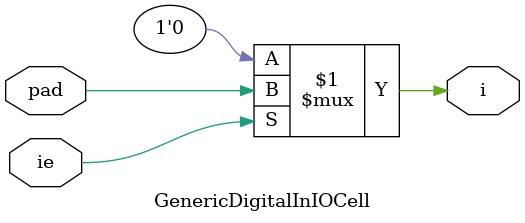
<source format=v>

`timescale 1ns/1ps
module GenericDigitalInIOCell(
    input pad,
    output i,
    input ie
);

    assign i = ie ? pad : 1'b0;

endmodule
</source>
